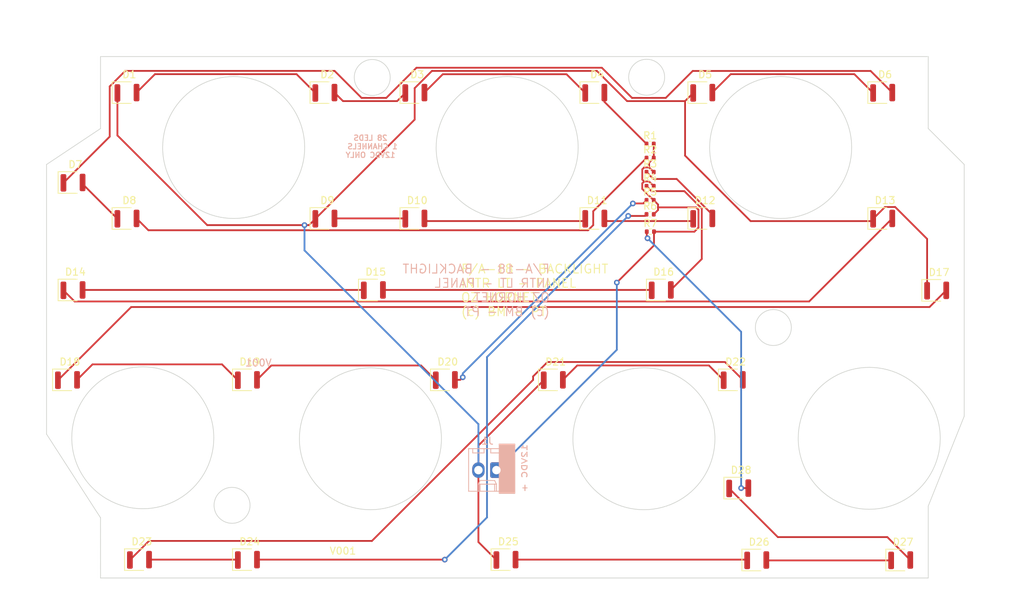
<source format=kicad_pcb>
(kicad_pcb (version 20221018) (generator pcbnew)
  (layers (0 "F.Cu" signal) (31 "B.Cu" signal) (34 "B.Paste" user) (35 "F.Paste" user) (36 "B.SilkS" user "B.Silkscreen") (37 "F.SilkS" user "F.Silkscreen") (38 "B.Mask" user) (39 "F.Mask" user) (44 "Edge.Cuts" user))
  (net 0 "")
  (net 1 "GNDD")
  (net 2 "/+12v-IN-A")
  (net 3 "Net-(D10-K)")
  (net 4 "Net-(D1-A)")
  (net 5 "Net-(D2-A)")
  (net 6 "Net-(D3-A)")
  (net 7 "Net-(D4-A)")
  (net 8 "Net-(D5-A)")
  (net 9 "Net-(D6-A)")
  (net 10 "Net-(D7-A)")
  (net 11 "Net-(D8-A)")
  (net 12 "Net-(D25-A)")
  (net 13 "Net-(D10-A)")
  (net 14 "Net-(D11-A)")
  (net 15 "Net-(D12-A)")
  (net 16 "Net-(D13-A)")
  (net 17 "Net-(D14-A)")
  (net 18 "Net-(D15-A)")
  (net 19 "Net-(D16-A)")
  (net 20 "Net-(D17-A)")
  (net 21 "Net-(D18-A)")
  (net 22 "Net-(D19-A)")
  (net 23 "Net-(D20-A)")
  (net 24 "Net-(D21-A)")
  (net 25 "Net-(D22-A)")
  (net 26 "Net-(D23-A)")
  (net 27 "Net-(D24-A)")
  (net 28 "Net-(D26-A)")
  (net 29 "Net-(D27-A)")
  (net 30 "Net-(D28-A)")
  (footprint "Resistor_SMD:R_0402_1005Metric" (layer "F.Cu") (at 153.7799 58.0508)
    (fp_text reference "R1")
    (fp_text value "180")
  )
  (footprint "2068320402:LED_HL-A-3528U51GC-S1-13HL" (layer "F.Cu") (at 165.1 91.44)
    (fp_text reference "D22")
    (fp_text value "LED")
  )
  (footprint "2068320402:LED_HL-A-3528U51GC-S1-13HL" (layer "F.Cu") (at 193.818 78.796)
    (fp_text reference "D17")
    (fp_text value "LED")
  )
  (footprint "2068320402:LED_HL-A-3528U51GC-S1-13HL" (layer "F.Cu") (at 120.158 50.856)
    (fp_text reference "D3")
    (fp_text value "LED")
  )
  (footprint "Resistor_SMD:R_0402_1005Metric" (layer "F.Cu") (at 153.7799 68.0008)
    (fp_text reference "R6")
    (fp_text value "180")
  )
  (footprint "2068320402:LED_HL-A-3528U51GC-S1-13HL" (layer "F.Cu") (at 120.158 68.636)
    (fp_text reference "D10")
    (fp_text value "LED")
  )
  (footprint "2068320402:LED_HL-A-3528U51GC-S1-13HL" (layer "F.Cu") (at 168.418 116.896)
    (fp_text reference "D26")
    (fp_text value "LED")
  )
  (footprint "2068320402:LED_HL-A-3528U51GC-S1-13HL" (layer "F.Cu") (at 160.798 50.856)
    (fp_text reference "D5")
    (fp_text value "LED")
  )
  (footprint "2068320402:LED_HL-A-3528U51GC-S1-13HL" (layer "F.Cu") (at 71.898 63.556)
    (fp_text reference "D7")
    (fp_text value "LED")
  )
  (footprint "2068320402:LED_HL-A-3528U51GC-S1-13HL" (layer "F.Cu") (at 79.518 50.856)
    (fp_text reference "D1")
    (fp_text value "LED")
  )
  (footprint "2068320402:LED_HL-A-3528U51GC-S1-13HL" (layer "F.Cu") (at 186.198 68.636)
    (fp_text reference "D13")
    (fp_text value "LED")
  )
  (footprint "Resistor_SMD:R_0402_1005Metric" (layer "F.Cu") (at 153.7799 64.0208)
    (fp_text reference "R4")
    (fp_text value "180")
  )
  (footprint "Resistor_SMD:R_0402_1005Metric" (layer "F.Cu") (at 153.8151 70.4527)
    (fp_text reference "R7")
    (fp_text value "180")
  )
  (footprint "2068320402:LED_HL-A-3528U51GC-S1-13HL" (layer "F.Cu") (at 188.738 116.896)
    (fp_text reference "D27")
    (fp_text value "LED")
  )
  (footprint "2068320402:LED_HL-A-3528U51GC-S1-13HL" (layer "F.Cu") (at 96.52 116.84)
    (fp_text reference "D24")
    (fp_text value "LED")
  )
  (footprint "2068320402:LED_HL-A-3528U51GC-S1-13HL" (layer "F.Cu") (at 107.458 68.636)
    (fp_text reference "D9")
    (fp_text value "LED")
  )
  (footprint "Resistor_SMD:R_0402_1005Metric" (layer "F.Cu") (at 153.7799 66.0108)
    (fp_text reference "R5")
    (fp_text value "180")
  )
  (footprint "2068320402:LED_HL-A-3528U51GC-S1-13HL" (layer "F.Cu") (at 114.3 78.74)
    (fp_text reference "D15")
    (fp_text value "LED")
  )
  (footprint "2068320402:LED_HL-A-3528U51GC-S1-13HL" (layer "F.Cu") (at 107.458 50.856)
    (fp_text reference "D2")
    (fp_text value "LED")
  )
  (footprint "2068320402:LED_HL-A-3528U51GC-S1-13HL" (layer "F.Cu") (at 133.0175 116.84)
    (fp_text reference "D25")
    (fp_text value "LED")
  )
  (footprint "2068320402:LED_HL-A-3528U51GC-S1-13HL" (layer "F.Cu") (at 145.558 68.636)
    (fp_text reference "D11")
    (fp_text value "LED")
  )
  (footprint "2068320402:LED_HL-A-3528U51GC-S1-13HL" (layer "F.Cu") (at 145.558 50.856)
    (fp_text reference "D4")
    (fp_text value "LED")
  )
  (footprint "2068320402:LED_HL-A-3528U51GC-S1-13HL" (layer "F.Cu") (at 71.12 91.44)
    (fp_text reference "D18")
    (fp_text value "LED")
  )
  (footprint "2068320402:LED_HL-A-3528U51GC-S1-13HL" (layer "F.Cu") (at 165.878 106.736)
    (fp_text reference "D28")
    (fp_text value "LED")
  )
  (footprint "Resistor_SMD:R_0402_1005Metric" (layer "F.Cu") (at 153.7799 60.0408)
    (fp_text reference "R2")
    (fp_text value "180")
  )
  (footprint "2068320402:LED_HL-A-3528U51GC-S1-13HL" (layer "F.Cu") (at 139.7 91.44)
    (fp_text reference "D21")
    (fp_text value "LED")
  )
  (footprint "2068320402:LED_HL-A-3528U51GC-S1-13HL" (layer "F.Cu") (at 71.898 78.74)
    (fp_text reference "D14")
    (fp_text value "LED")
  )
  (footprint "2068320402:LED_HL-A-3528U51GC-S1-13HL" (layer "F.Cu") (at 160.798 68.636)
    (fp_text reference "D12")
    (fp_text value "LED")
  )
  (footprint "2068320402:LED_HL-A-3528U51GC-S1-13HL" (layer "F.Cu") (at 154.94 78.74)
    (fp_text reference "D16")
    (fp_text value "LED")
  )
  (footprint "2068320402:LED_HL-A-3528U51GC-S1-13HL" (layer "F.Cu") (at 81.28 116.84)
    (fp_text reference "D23")
    (fp_text value "LED")
  )
  (footprint "2068320402:LED_HL-A-3528U51GC-S1-13HL" (layer "F.Cu") (at 96.52 91.44)
    (fp_text reference "D19")
    (fp_text value "LED")
  )
  (footprint "2068320402:LED_HL-A-3528U51GC-S1-13HL" (layer "F.Cu") (at 124.46 91.44)
    (fp_text reference "D20")
    (fp_text value "LED")
  )
  (footprint "2068320402:LED_HL-A-3528U51GC-S1-13HL" (layer "F.Cu") (at 186.198 50.856)
    (fp_text reference "D6")
    (fp_text value "LED")
  )
  (footprint "2068320402:LED_HL-A-3528U51GC-S1-13HL" (layer "F.Cu") (at 79.518 68.636)
    (fp_text reference "D8")
    (fp_text value "LED")
  )
  (footprint "Resistor_SMD:R_0402_1005Metric" (layer "F.Cu") (at 153.7799 62.0308)
    (fp_text reference "R3")
    (fp_text value "180")
  )
  (footprint "Connector_Molex:Molex_KK-254_AE-6410-02A_1x02_P2.54mm_Vertical" (layer "B.Cu") (at 132.08 104.14 180)
    (fp_text reference "J1")
    (fp_text value "12v-BK/LT")
  )
  (gr_rect (start 132.489155 100.471268) (end 134.663366 107.414804) (stroke (width 0.15)) (fill solid) (layer "B.SilkS"))
  (gr_line (start 76.2 45.72) (end 76.2 55.88) (stroke (width 0.1)) (layer "Edge.Cuts"))
  (gr_line (start 76.2 45.72) (end 193.04 45.72) (stroke (width 0.1)) (layer "Edge.Cuts"))
  (gr_poly (pts (xy 114.942695 89.707137) (xy 115.589288 89.770095) (xy 116.231664 89.875024) (xy 116.867713 90.021925) (xy 117.495328 90.210797) (xy 118.112399 90.441641) (xy 118.716818 90.714457) (xy 119.306476 91.029244) (xy 119.593753 91.201542) (xy 119.87392 91.38251) (xy 120.146845 91.57192) (xy 120.412396 91.769545) (xy 120.670442 91.975155) (xy 120.92085 92.188523) (xy 121.163488 92.409419) (xy 121.398226 92.637617) (xy 121.624931 92.872887) (xy 121.843472 93.115002) (xy 122.053716 93.363733) (xy 122.255532 93.618851) (xy 122.448788 93.880129) (xy 122.633352 94.147338) (xy 122.809093 94.420251) (xy 122.975878 94.698638) (xy 123.133576 94.982271) (xy 123.282055 95.270923) (xy 123.421184 95.564364) (xy 123.55083 95.862368) (xy 123.670862 96.164704) (xy 123.781147 96.471146) (xy 123.881555 96.781464) (xy 123.971953 97.095431) (xy 124.05221 97.412818) (xy 124.122193 97.733398) (xy 124.181771 98.056941) (xy 124.230812 98.383219) (xy 124.269185 98.712004) (xy 124.296757 99.043069) (xy 124.313397 99.376184) (xy 124.318973 99.711121) (xy 124.296757 100.379175) (xy 124.230812 101.039026) (xy 124.122193 101.688849) (xy 123.971953 102.326816) (xy 123.781147 102.951102) (xy 123.55083 103.559881) (xy 123.282055 104.151327) (xy 122.975878 104.723613) (xy 122.633352 105.274913) (xy 122.255532 105.803401) (xy 121.843472 106.307251) (xy 121.398226 106.784637) (xy 120.92085 107.233732) (xy 120.412396 107.652711) (xy 119.87392 108.039747) (xy 119.306476 108.393014) (xy 118.716818 108.707801) (xy 118.112399 108.980616) (xy 117.495328 109.211459) (xy 116.867713 109.400331) (xy 116.231664 109.547232) (xy 115.589288 109.652161) (xy 114.942695 109.715118) (xy 114.293994 109.736104) (xy 113.645292 109.715118) (xy 112.998699 109.652161) (xy 112.356323 109.547232) (xy 111.720273 109.400331) (xy 111.092658 109.211459) (xy 110.475585 108.980616) (xy 109.871165 108.707801) (xy 109.281505 108.393014) (xy 108.994229 108.220715) (xy 108.714062 108.039747) (xy 108.441137 107.850336) (xy 108.175587 107.652711) (xy 107.917542 107.4471) (xy 107.667134 107.233732) (xy 107.424496 107.012835) (xy 107.189758 106.784637) (xy 106.963053 106.549366) (xy 106.744513 106.307251) (xy 106.534269 106.05852) (xy 106.332454 105.803401) (xy 106.139198 105.542122) (xy 105.954634 105.274913) (xy 105.778894 105.002) (xy 105.612109 104.723613) (xy 105.454411 104.439979) (xy 105.305932 104.151327) (xy 105.166804 103.857885) (xy 105.037158 103.559881) (xy 104.917126 103.257544) (xy 104.806841 102.951102) (xy 104.706433 102.640784) (xy 104.616035 102.326816) (xy 104.535779 102.009428) (xy 104.465796 101.688849) (xy 104.406218 101.365305) (xy 104.357177 101.039026) (xy 104.318804 100.71024) (xy 104.291232 100.379175) (xy 104.274592 100.04606) (xy 104.269016 99.711121) (xy 104.291232 99.043069) (xy 104.357177 98.383219) (xy 104.465796 97.733398) (xy 104.616035 97.095432) (xy 104.806841 96.471147) (xy 105.037158 95.862369) (xy 105.305932 95.270924) (xy 105.612109 94.698639) (xy 105.954634 94.14734) (xy 106.332454 93.618853) (xy 106.744513 93.115004) (xy 107.189758 92.637619) (xy 107.667134 92.188524) (xy 108.175587 91.769546) (xy 108.714062 91.382511) (xy 109.281505 91.029244) (xy 109.871165 90.714457) (xy 110.475585 90.441641) (xy 111.092658 90.210797) (xy 111.720273 90.021925) (xy 112.356323 89.875024) (xy 112.998699 89.770095) (xy 113.645292 89.707137) (xy 114.293994 89.686151)) (stroke (width 0.1)) (fill none) (layer "Edge.Cuts"))
  (gr_line (start 76.2 119.38) (end 76.192385 110.866051) (stroke (width 0.1)) (layer "Edge.Cuts"))
  (gr_circle (center 171.174195 83.995078) (end 168.634195 83.995078) (stroke (width 0.1)) (fill none) (layer "Edge.Cuts"))
  (gr_line (start 68.58 99.06) (end 68.58 60.96) (stroke (width 0.1)) (layer "Edge.Cuts"))
  (gr_line (start 198.12 96.52) (end 193.04 109.22) (stroke (width 0.1)) (layer "Edge.Cuts"))
  (gr_line (start 193.04 109.22) (end 193.04 119.38) (stroke (width 0.1)) (layer "Edge.Cuts"))
  (gr_line (start 193.04 55.88) (end 198.12 60.96) (stroke (width 0.1)) (layer "Edge.Cuts"))
  (gr_poly (pts (xy 82.809647 89.567771) (xy 83.45624 89.630728) (xy 84.098616 89.735657) (xy 84.734666 89.882558) (xy 85.362282 90.07143) (xy 85.979353 90.302274) (xy 86.583772 90.57509) (xy 87.17343 90.889878) (xy 87.460707 91.062176) (xy 87.740874 91.243144) (xy 88.013799 91.432555) (xy 88.27935 91.630179) (xy 88.537396 91.83579) (xy 88.787804 92.049158) (xy 89.030443 92.270054) (xy 89.26518 92.498252) (xy 89.491885 92.733523) (xy 89.710425 92.975638) (xy 89.920669 93.224368) (xy 90.122485 93.479487) (xy 90.31574 93.740765) (xy 90.500304 94.007975) (xy 90.676044 94.280887) (xy 90.842829 94.559274) (xy 91.000527 94.842908) (xy 91.149006 95.13156) (xy 91.288134 95.425001) (xy 91.417779 95.723005) (xy 91.537811 96.025341) (xy 91.648096 96.331783) (xy 91.748503 96.642102) (xy 91.838901 96.956069) (xy 91.919157 97.273457) (xy 91.98914 97.594036) (xy 92.048718 97.917579) (xy 92.097759 98.243858) (xy 92.136131 98.572644) (xy 92.163703 98.903709) (xy 92.180343 99.236824) (xy 92.185919 99.571762) (xy 92.163703 100.239816) (xy 92.097759 100.899666) (xy 91.98914 101.549488) (xy 91.838901 102.187455) (xy 91.648096 102.811741) (xy 91.417779 103.420519) (xy 91.149006 104.011964) (xy 90.842829 104.58425) (xy 90.500304 105.135549) (xy 90.122485 105.664037) (xy 89.710425 106.167886) (xy 89.26518 106.645271) (xy 88.787804 107.094366) (xy 88.27935 107.513344) (xy 87.740874 107.900379) (xy 87.17343 108.253645) (xy 86.583772 108.568432) (xy 85.979353 108.841248) (xy 85.362282 109.072092) (xy 84.734666 109.260964) (xy 84.098616 109.407865) (xy 83.45624 109.512794) (xy 82.809647 109.575752) (xy 82.160944 109.596737) (xy 81.512242 109.575752) (xy 80.865648 109.512794) (xy 80.223272 109.407865) (xy 79.587222 109.260965) (xy 78.959607 109.072092) (xy 78.342536 108.841248) (xy 77.738117 108.568433) (xy 77.148459 108.253645) (xy 76.861181 108.081347) (xy 76.581013 107.900379) (xy 76.308088 107.710968) (xy 76.042536 107.513343) (xy 75.78449 107.307733) (xy 75.534082 107.094365) (xy 75.291443 106.873468) (xy 75.056705 106.645271) (xy 74.83 106.41) (xy 74.61146 106.167885) (xy 74.401216 105.919155) (xy 74.199401 105.664036) (xy 74.006145 105.402758) (xy 73.821582 105.135548) (xy 73.645841 104.862636) (xy 73.479057 104.584249) (xy 73.321359 104.300615) (xy 73.172881 104.011964) (xy 73.033753 103.718522) (xy 72.904107 103.420519) (xy 72.784076 103.118182) (xy 72.673791 102.81174) (xy 72.573384 102.501422) (xy 72.482987 102.187455) (xy 72.402731 101.870067) (xy 72.332748 101.549488) (xy 72.27317 101.225945) (xy 72.22413 100.899666) (xy 72.185757 100.57088) (xy 72.158185 100.239816) (xy 72.141545 99.9067) (xy 72.13597 99.571762) (xy 72.158185 98.903709) (xy 72.22413 98.243858) (xy 72.332748 97.594036) (xy 72.482987 96.956069) (xy 72.673791 96.331783) (xy 72.904107 95.723005) (xy 73.172881 95.13156) (xy 73.479057 94.559274) (xy 73.821582 94.007975) (xy 74.199401 93.479487) (xy 74.61146 92.975638) (xy 75.056705 92.498252) (xy 75.534082 92.049158) (xy 76.042536 91.630179) (xy 76.581013 91.243144) (xy 77.148459 90.889878) (xy 77.738117 90.57509) (xy 78.342536 90.302274) (xy 78.959607 90.07143) (xy 79.587222 89.882558) (xy 80.223272 89.735657) (xy 80.865648 89.630728) (xy 81.512242 89.567771) (xy 82.160944 89.546785)) (stroke (width 0.1)) (fill none) (layer "Edge.Cuts"))
  (gr_poly (pts (xy 153.550689 89.707136) (xy 154.197283 89.770094) (xy 154.83966 89.875023) (xy 155.475711 90.021923) (xy 156.103328 90.210795) (xy 156.720402 90.441639) (xy 157.324824 90.714454) (xy 157.914486 91.02924) (xy 158.201762 91.201538) (xy 158.481928 91.382507) (xy 158.754851 91.571918) (xy 159.020402 91.769542) (xy 159.278446 91.975153) (xy 159.528853 92.188521) (xy 159.771491 92.409417) (xy 160.006228 92.637615) (xy 160.232933 92.872886) (xy 160.451472 93.115001) (xy 160.661716 93.363731) (xy 160.863531 93.61885) (xy 161.056787 93.880128) (xy 161.24135 94.147338) (xy 161.41709 94.42025) (xy 161.583875 94.698637) (xy 161.741573 94.982271) (xy 161.890052 95.270923) (xy 162.02918 95.564364) (xy 162.158826 95.862367) (xy 162.278857 96.164704) (xy 162.389143 96.471146) (xy 162.48955 96.781464) (xy 162.579948 97.095431) (xy 162.660204 97.412818) (xy 162.730187 97.733398) (xy 162.789765 98.056941) (xy 162.838807 98.383219) (xy 162.877179 98.712004) (xy 162.904751 99.043069) (xy 162.921391 99.376184) (xy 162.926967 99.711121) (xy 162.904751 100.379175) (xy 162.838807 101.039026) (xy 162.730187 101.688849) (xy 162.579948 102.326816) (xy 162.389143 102.951102) (xy 162.158826 103.559881) (xy 161.890052 104.151327) (xy 161.583875 104.723613) (xy 161.24135 105.274913) (xy 160.863531 105.803401) (xy 160.451472 106.307251) (xy 160.006228 106.784637) (xy 159.528853 107.233732) (xy 159.020402 107.652711) (xy 158.481928 108.039747) (xy 157.914486 108.393014) (xy 157.324824 108.707801) (xy 156.720402 108.980616) (xy 156.103329 109.211459) (xy 155.475712 109.400331) (xy 154.839662 109.547232) (xy 154.197286 109.652161) (xy 153.550692 109.715118) (xy 152.901991 109.736104) (xy 152.253289 109.715118) (xy 151.606696 109.652161) (xy 150.964321 109.547232) (xy 150.328272 109.400331) (xy 149.700657 109.211459) (xy 149.083585 108.980616) (xy 148.479166 108.707801) (xy 147.889507 108.393014) (xy 147.60223 108.220715) (xy 147.322064 108.039747) (xy 147.049139 107.850336) (xy 146.783589 107.652711) (xy 146.525543 107.4471) (xy 146.275136 107.233732) (xy 146.032497 107.012835) (xy 145.79776 106.784637) (xy 145.571055 106.549366) (xy 145.352515 106.307251) (xy 145.142271 106.05852) (xy 144.940456 105.803401) (xy 144.7472 105.542122) (xy 144.562636 105.274913) (xy 144.386896 105.002) (xy 144.220111 104.723613) (xy 144.062413 104.439979) (xy 143.913934 104.151327) (xy 143.774805 103.857885) (xy 143.64516 103.559881) (xy 143.525128 103.257544) (xy 143.414843 102.951102) (xy 143.314435 102.640784) (xy 143.224037 102.326816) (xy 143.143781 102.009428) (xy 143.073798 101.688849) (xy 143.01422 101.365305) (xy 142.965178 101.039026) (xy 142.926806 100.71024) (xy 142.899234 100.379175) (xy 142.882594 100.04606) (xy 142.877018 99.711121) (xy 142.899234 99.043069) (xy 142.965178 98.383219) (xy 143.073798 97.733398) (xy 143.224037 97.095432) (xy 143.414842 96.471147) (xy 143.645159 95.862369) (xy 143.913933 95.270924) (xy 144.22011 94.698639) (xy 144.562635 94.14734) (xy 144.940454 93.618853) (xy 145.352512 93.115004) (xy 145.797757 92.637619) (xy 146.275132 92.188524) (xy 146.783583 91.769546) (xy 147.322057 91.382511) (xy 147.889499 91.029244) (xy 148.479158 90.714457) (xy 149.083578 90.441641) (xy 149.70065 90.210797) (xy 150.328265 90.021925) (xy 150.964315 89.875024) (xy 151.606691 89.770094) (xy 152.253284 89.707137) (xy 152.901987 89.686151)) (stroke (width 0.1)) (fill none) (layer "Edge.Cuts"))
  (gr_circle (center 114.552078 48.667995) (end 112.012078 48.667995) (stroke (width 0.1)) (fill none) (layer "Edge.Cuts"))
  (gr_line (start 193.04 45.72) (end 193.04 55.88) (stroke (width 0.1)) (layer "Edge.Cuts"))
  (gr_poly (pts (xy 185.357162 89.643734) (xy 186.003755 89.706691) (xy 186.646131 89.81162) (xy 187.282181 89.958521) (xy 187.909797 90.147393) (xy 188.526868 90.378237) (xy 189.131287 90.651053) (xy 189.720945 90.965841) (xy 190.008222 91.138139) (xy 190.288389 91.319107) (xy 190.561314 91.508518) (xy 190.826865 91.706142) (xy 191.084911 91.911753) (xy 191.335319 92.125121) (xy 191.577958 92.346017) (xy 191.812695 92.574215) (xy 192.0394 92.809486) (xy 192.25794 93.051601) (xy 192.468184 93.300331) (xy 192.67 93.55545) (xy 192.863255 93.816728) (xy 193.047819 94.083938) (xy 193.223559 94.35685) (xy 193.390344 94.635237) (xy 193.548042 94.918871) (xy 193.696521 95.207523) (xy 193.835649 95.500964) (xy 193.965294 95.798968) (xy 194.085326 96.101304) (xy 194.195611 96.407746) (xy 194.296018 96.718065) (xy 194.386416 97.032032) (xy 194.466672 97.34942) (xy 194.536655 97.669999) (xy 194.596233 97.993542) (xy 194.645274 98.319821) (xy 194.683646 98.648607) (xy 194.711218 98.979672) (xy 194.727858 99.312787) (xy 194.733434 99.647725) (xy 194.711218 100.315779) (xy 194.645274 100.975629) (xy 194.536655 101.625451) (xy 194.386416 102.263418) (xy 194.195611 102.887704) (xy 193.965294 103.496482) (xy 193.696521 104.087927) (xy 193.390344 104.660213) (xy 193.047819 105.211512) (xy 192.67 105.74) (xy 192.25794 106.243849) (xy 191.812695 106.721234) (xy 191.335319 107.170329) (xy 190.826865 107.589307) (xy 190.288389 107.976342) (xy 189.720945 108.329608) (xy 189.131287 108.644395) (xy 188.526868 108.917211) (xy 187.909797 109.148055) (xy 187.282181 109.336927) (xy 186.646131 109.483828) (xy 186.003755 109.588757) (xy 185.357162 109.651715) (xy 184.708459 109.6727) (xy 184.059757 109.651715) (xy 183.413163 109.588757) (xy 182.770787 109.483828) (xy 182.134737 109.336928) (xy 181.507122 109.148055) (xy 180.890051 108.917211) (xy 180.285632 108.644396) (xy 179.695974 108.329608) (xy 179.408696 108.15731) (xy 179.128528 107.976342) (xy 178.855603 107.786931) (xy 178.590051 107.589306) (xy 178.332005 107.383696) (xy 178.081597 107.170328) (xy 177.838958 106.949431) (xy 177.60422 106.721234) (xy 177.377515 106.485963) (xy 177.158975 106.243848) (xy 176.948731 105.995118) (xy 176.746916 105.739999) (xy 176.55366 105.478721) (xy 176.369097 105.211511) (xy 176.193356 104.938599) (xy 176.026572 104.660212) (xy 175.868874 104.376578) (xy 175.720396 104.087927) (xy 175.581268 103.794485) (xy 175.451622 103.496482) (xy 175.331591 103.194145) (xy 175.221306 102.887703) (xy 175.120899 102.577385) (xy 175.030502 102.263418) (xy 174.950246 101.94603) (xy 174.880263 101.625451) (xy 174.820685 101.301908) (xy 174.771645 100.975629) (xy 174.733272 100.646843) (xy 174.7057 100.315779) (xy 174.68906 99.982663) (xy 174.683485 99.647725) (xy 174.7057 98.979672) (xy 174.771645 98.319821) (xy 174.880263 97.669999) (xy 175.030502 97.032032) (xy 175.221306 96.407746) (xy 175.451622 95.798968) (xy 175.720396 95.207523) (xy 176.026572 94.635237) (xy 176.369097 94.083938) (xy 176.746916 93.55545) (xy 177.158975 93.051601) (xy 177.60422 92.574215) (xy 178.081597 92.125121) (xy 178.590051 91.706142) (xy 179.128528 91.319107) (xy 179.695974 90.965841) (xy 180.285632 90.651053) (xy 180.890051 90.378237) (xy 181.507122 90.147393) (xy 182.134737 89.958521) (xy 182.770787 89.81162) (xy 183.413163 89.706691) (xy 184.059757 89.643734) (xy 184.708459 89.622748)) (stroke (width 0.1)) (fill none) (layer "Edge.Cuts"))
  (gr_line (start 68.58 60.96) (end 76.2 55.88) (stroke (width 0.1)) (layer "Edge.Cuts"))
  (gr_circle (center 94.761398 109.115064) (end 92.221398 109.115064) (stroke (width 0.1)) (fill none) (layer "Edge.Cuts"))
  (gr_poly (pts (xy 95.638698 48.559135) (xy 96.285291 48.622092) (xy 96.927667 48.727021) (xy 97.563717 48.873922) (xy 98.191332 49.062794) (xy 98.808404 49.293638) (xy 99.412824 49.566454) (xy 100.002483 49.881242) (xy 100.28976 50.05354) (xy 100.569927 50.234508) (xy 100.842852 50.423919) (xy 101.108403 50.621543) (xy 101.366448 50.827154) (xy 101.616856 51.040522) (xy 101.859494 51.261418) (xy 102.094232 51.489616) (xy 102.320937 51.724887) (xy 102.539477 51.967002) (xy 102.749721 52.215732) (xy 102.951536 52.470851) (xy 103.144792 52.732129) (xy 103.329356 52.999339) (xy 103.505096 53.272251) (xy 103.671881 53.550638) (xy 103.829579 53.834272) (xy 103.978058 54.122924) (xy 104.117186 54.416365) (xy 104.246831 54.714369) (xy 104.366863 55.016705) (xy 104.477148 55.323147) (xy 104.577556 55.633466) (xy 104.667953 55.947433) (xy 104.74821 56.264821) (xy 104.818193 56.5854) (xy 104.877771 56.908943) (xy 104.926812 57.235222) (xy 104.965184 57.564008) (xy 104.992757 57.895073) (xy 105.009396 58.228188) (xy 105.014972 58.563126) (xy 104.992757 59.23118) (xy 104.926812 59.89103) (xy 104.818193 60.540852) (xy 104.667953 61.178819) (xy 104.477148 61.803105) (xy 104.246831 62.411883) (xy 103.978058 63.003328) (xy 103.671881 63.575614) (xy 103.329356 64.126913) (xy 102.951536 64.655401) (xy 102.539477 65.15925) (xy 102.094232 65.636635) (xy 101.616856 66.08573) (xy 101.108403 66.504708) (xy 100.569927 66.891743) (xy 100.002483 67.245009) (xy 99.412824 67.559796) (xy 98.808404 67.832612) (xy 98.191332 68.063456) (xy 97.563717 68.252328) (xy 96.927667 68.399229) (xy 96.285291 68.504158) (xy 95.638698 68.567116) (xy 94.989996 68.588101) (xy 94.341294 68.567116) (xy 93.6947 68.504158) (xy 93.052324 68.399229) (xy 92.416274 68.252329) (xy 91.788659 68.063456) (xy 91.171587 67.832612) (xy 90.567167 67.559797) (xy 89.977508 67.245009) (xy 89.690231 67.072711) (xy 89.410064 66.891743) (xy 89.13714 66.702332) (xy 88.871589 66.504707) (xy 88.613543 66.299097) (xy 88.363136 66.085729) (xy 88.120497 65.864832) (xy 87.885759 65.636635) (xy 87.659055 65.401364) (xy 87.440515 65.159249) (xy 87.230271 64.910519) (xy 87.028455 64.6554) (xy 86.8352 64.394122) (xy 86.650636 64.126912) (xy 86.474895 63.854) (xy 86.30811 63.575613) (xy 86.150413 63.291979) (xy 86.001934 63.003328) (xy 85.862805 62.709886) (xy 85.73316 62.411883) (xy 85.613128 62.109546) (xy 85.502843 61.803104) (xy 85.402436 61.492786) (xy 85.312038 61.178819) (xy 85.231782 60.861431) (xy 85.161799 60.540852) (xy 85.102221 60.217309) (xy 85.053179 59.89103) (xy 85.014807 59.562244) (xy 84.987235 59.23118) (xy 84.970595 58.898064) (xy 84.965019 58.563126) (xy 84.987235 57.895073) (xy 85.053179 57.235222) (xy 85.161799 56.5854) (xy 85.312038 55.947433) (xy 85.502843 55.323147) (xy 85.73316 54.714369) (xy 86.001934 54.122924) (xy 86.30811 53.550638) (xy 86.650636 52.999339) (xy 87.028455 52.470851) (xy 87.440515 51.967002) (xy 87.885759 51.489616) (xy 88.363136 51.040522) (xy 88.871589 50.621543) (xy 89.410064 50.234508) (xy 89.977508 49.881242) (xy 90.567167 49.566454) (xy 91.171587 49.293638) (xy 91.788659 49.062794) (xy 92.416274 48.873922) (xy 93.052324 48.727021) (xy 93.6947 48.622092) (xy 94.341294 48.559135) (xy 94.989996 48.538149)) (stroke (width 0.1)) (fill none) (layer "Edge.Cuts"))
  (gr_poly (pts (xy 172.854696 48.559135) (xy 173.501289 48.622092) (xy 174.143665 48.727021) (xy 174.779715 48.873922) (xy 175.407331 49.062794) (xy 176.024402 49.293638) (xy 176.628821 49.566454) (xy 177.218479 49.881242) (xy 177.505756 50.05354) (xy 177.785923 50.234508) (xy 178.058848 50.423919) (xy 178.324399 50.621543) (xy 178.582445 50.827154) (xy 178.832853 51.040522) (xy 179.075492 51.261418) (xy 179.310229 51.489616) (xy 179.536934 51.724887) (xy 179.755474 51.967002) (xy 179.965718 52.215732) (xy 180.167534 52.470851) (xy 180.360789 52.732129) (xy 180.545353 52.999339) (xy 180.721093 53.272251) (xy 180.887878 53.550638) (xy 181.045576 53.834272) (xy 181.194055 54.122924) (xy 181.333183 54.416365) (xy 181.462828 54.714369) (xy 181.58286 55.016705) (xy 181.693145 55.323147) (xy 181.793552 55.633466) (xy 181.88395 55.947433) (xy 181.964206 56.264821) (xy 182.034189 56.5854) (xy 182.093767 56.908943) (xy 182.142808 57.235222) (xy 182.18118 57.564008) (xy 182.208752 57.895073) (xy 182.225392 58.228188) (xy 182.230968 58.563126) (xy 182.208752 59.23118) (xy 182.142808 59.89103) (xy 182.034189 60.540852) (xy 181.88395 61.178819) (xy 181.693145 61.803105) (xy 181.462828 62.411883) (xy 181.194055 63.003328) (xy 180.887878 63.575614) (xy 180.545353 64.126913) (xy 180.167534 64.655401) (xy 179.755474 65.15925) (xy 179.310229 65.636635) (xy 178.832853 66.08573) (xy 178.324399 66.504708) (xy 177.785923 66.891743) (xy 177.218479 67.245009) (xy 176.628821 67.559796) (xy 176.024402 67.832612) (xy 175.407331 68.063456) (xy 174.779715 68.252328) (xy 174.143665 68.399229) (xy 173.501289 68.504158) (xy 172.854696 68.567116) (xy 172.205993 68.588101) (xy 171.557291 68.567116) (xy 170.910697 68.504158) (xy 170.268321 68.399229) (xy 169.632271 68.252329) (xy 169.004656 68.063456) (xy 168.387585 67.832612) (xy 167.783166 67.559797) (xy 167.193508 67.245009) (xy 166.90623 67.072711) (xy 166.626062 66.891743) (xy 166.353137 66.702332) (xy 166.087585 66.504707) (xy 165.829539 66.299097) (xy 165.579131 66.085729) (xy 165.336492 65.864832) (xy 165.101754 65.636635) (xy 164.875049 65.401364) (xy 164.656509 65.159249) (xy 164.446265 64.910519) (xy 164.24445 64.6554) (xy 164.051194 64.394122) (xy 163.866631 64.126912) (xy 163.69089 63.854) (xy 163.524106 63.575613) (xy 163.366408 63.291979) (xy 163.21793 63.003328) (xy 163.078802 62.709886) (xy 162.949156 62.411883) (xy 162.829125 62.109546) (xy 162.71884 61.803104) (xy 162.618433 61.492786) (xy 162.528036 61.178819) (xy 162.44778 60.861431) (xy 162.377797 60.540852) (xy 162.318219 60.217309) (xy 162.269179 59.89103) (xy 162.230806 59.562244) (xy 162.203234 59.23118) (xy 162.186594 58.898064) (xy 162.181019 58.563126) (xy 162.203234 57.895073) (xy 162.269179 57.235222) (xy 162.377797 56.5854) (xy 162.528036 55.947433) (xy 162.71884 55.323147) (xy 162.949156 54.714369) (xy 163.21793 54.122924) (xy 163.524106 53.550638) (xy 163.866631 52.999339) (xy 164.24445 52.470851) (xy 164.656509 51.967002) (xy 165.101754 51.489616) (xy 165.579131 51.040522) (xy 166.087585 50.621543) (xy 166.626062 50.234508) (xy 167.193508 49.881242) (xy 167.783166 49.566454) (xy 168.387585 49.293638) (xy 169.004656 49.062794) (xy 169.632271 48.873922) (xy 170.268321 48.727021) (xy 170.910697 48.622092) (xy 171.557291 48.559135) (xy 172.205993 48.538149)) (stroke (width 0.1)) (fill none) (layer "Edge.Cuts"))
  (gr_line (start 193.04 119.38) (end 76.2 119.38) (stroke (width 0.1)) (layer "Edge.Cuts"))
  (gr_poly (pts (xy 134.246693 48.559135) (xy 134.893286 48.622092) (xy 135.535662 48.727021) (xy 136.171712 48.873922) (xy 136.799327 49.062794) (xy 137.416398 49.293638) (xy 138.020818 49.566454) (xy 138.610477 49.881242) (xy 138.897754 50.05354) (xy 139.17792 50.234508) (xy 139.450845 50.423919) (xy 139.716396 50.621543) (xy 139.974441 50.827154) (xy 140.224849 51.040522) (xy 140.467488 51.261418) (xy 140.702225 51.489616) (xy 140.92893 51.724887) (xy 141.147471 51.967002) (xy 141.357715 52.215732) (xy 141.559531 52.470851) (xy 141.752787 52.732129) (xy 141.937351 52.999339) (xy 142.113092 53.272251) (xy 142.279877 53.550638) (xy 142.437576 53.834272) (xy 142.586055 54.122924) (xy 142.725184 54.416365) (xy 142.85483 54.714369) (xy 142.974862 55.016705) (xy 143.085147 55.323147) (xy 143.185555 55.633466) (xy 143.275953 55.947433) (xy 143.35621 56.264821) (xy 143.426193 56.5854) (xy 143.485772 56.908943) (xy 143.534813 57.235222) (xy 143.573186 57.564008) (xy 143.600758 57.895073) (xy 143.617398 58.228188) (xy 143.622974 58.563126) (xy 143.600758 59.23118) (xy 143.534813 59.89103) (xy 143.426193 60.540852) (xy 143.275953 61.178819) (xy 143.085147 61.803105) (xy 142.85483 62.411883) (xy 142.586055 63.003328) (xy 142.279877 63.575614) (xy 141.937351 64.126913) (xy 141.559531 64.655401) (xy 141.147471 65.15925) (xy 140.702225 65.636635) (xy 140.224849 66.08573) (xy 139.716396 66.504708) (xy 139.17792 66.891743) (xy 138.610477 67.245009) (xy 138.020818 67.559796) (xy 137.416398 67.832612) (xy 136.799327 68.063456) (xy 136.171712 68.252328) (xy 135.535662 68.399229) (xy 134.893286 68.504158) (xy 134.246693 68.567116) (xy 133.597992 68.588101) (xy 132.94929 68.567116) (xy 132.302697 68.504158) (xy 131.660321 68.399229) (xy 131.024272 68.252329) (xy 130.396657 68.063456) (xy 129.779585 67.832612) (xy 129.175165 67.559797) (xy 128.585506 67.245009) (xy 128.298229 67.072711) (xy 128.018062 66.891743) (xy 127.745137 66.702332) (xy 127.479587 66.504707) (xy 127.221541 66.299097) (xy 126.971134 66.085729) (xy 126.728495 65.864832) (xy 126.493757 65.636635) (xy 126.267053 65.401364) (xy 126.048512 65.159249) (xy 125.838269 64.910519) (xy 125.636453 64.6554) (xy 125.443197 64.394122) (xy 125.258634 64.126912) (xy 125.082893 63.854) (xy 124.916108 63.575613) (xy 124.75841 63.291979) (xy 124.609932 63.003328) (xy 124.470803 62.709886) (xy 124.341158 62.411883) (xy 124.221126 62.109546) (xy 124.110841 61.803104) (xy 124.010434 61.492786) (xy 123.920036 61.178819) (xy 123.83978 60.861431) (xy 123.769796 60.540852) (xy 123.710219 60.217309) (xy 123.661177 59.89103) (xy 123.622805 59.562244) (xy 123.595233 59.23118) (xy 123.578593 58.898064) (xy 123.573017 58.563126) (xy 123.595233 57.895073) (xy 123.661177 57.235222) (xy 123.769796 56.5854) (xy 123.920036 55.947433) (xy 124.110841 55.323147) (xy 124.341158 54.714369) (xy 124.609932 54.122924) (xy 124.916108 53.550638) (xy 125.258634 52.999339) (xy 125.636453 52.470851) (xy 126.048512 51.967002) (xy 126.493757 51.489616) (xy 126.971134 51.040522) (xy 127.479587 50.621543) (xy 128.018062 50.234508) (xy 128.585506 49.881242) (xy 129.175165 49.566454) (xy 129.779585 49.293638) (xy 130.396657 49.062794) (xy 131.024272 48.873922) (xy 131.660321 48.727021) (xy 132.302697 48.622092) (xy 132.94929 48.559135) (xy 133.597992 48.538149)) (stroke (width 0.1)) (fill none) (layer "Edge.Cuts"))
  (gr_circle (center 153.289259 48.635168) (end 150.749259 48.635168) (stroke (width 0.1)) (fill none) (layer "Edge.Cuts"))
  (gr_line (start 76.192385 110.866051) (end 68.58 99.06) (stroke (width 0.1)) (layer "Edge.Cuts"))
  (gr_line (start 198.12 60.96) (end 198.12 96.52) (stroke (width 0.1)) (layer "Edge.Cuts"))
  (gr_text "28 LEDS\n1 CHANNELS \n12VDC ONLY" (at 114.3 58.42) (layer "B.SilkS") (effects (font (size 0.75 0.75)) (justify mirror)))
  (gr_text "12VDC +" (at 136.056178 103.886761 90) (layer "B.SilkS") (effects (font (size 0.751 1)) (justify mirror)))
  (gr_text "V001" (at 98.483334 88.98) (layer "B.SilkS") (effects (font (size 1 1)) (justify mirror)))
  (gr_text "F/A-18 - BACKLIGHT\nINTR LT - PANEL\nOZ HORNET\n(c) BM - PT" (at 139.7 78.74) (layer "B.SilkS") (effects (font (size 1.25 1.25)) (justify left mirror)))
  (gr_text "F/A-18 - BACKLIGHT\nINTR LT - PANEL\nOZ HORNET\n(c) BM - PT" (at 127 78.74) (layer "F.SilkS") (effects (font (size 1.25 1.25)) (justify left)))
  (gr_text "V001" (at 110.41 115.56) (layer "F.SilkS") (effects (font (size 1 1))))
  (segment (start 158.7126 52.0039) (end 158.7126 59.7074) (width 0.25) (layer "F.Cu") (net 1))
  (segment (start 120.5423 50.1805) (end 122.9816 47.7412) (width 0.25) (layer "F.Cu") (net 1))
  (segment (start 129.54 104.14) (end 129.54 100.6625) (width 0.25) (layer "F.Cu") (net 1))
  (segment (start 122.9816 47.7412) (end 146.2609 47.7412) (width 0.25) (layer "F.Cu") (net 1))
  (segment (start 158.7126 52.0039) (end 159.8605 50.856) (width 0.25) (layer "F.Cu") (net 1))
  (segment (start 158.7126 59.7074) (end 167.9648 68.9596) (width 0.25) (layer "F.Cu") (net 1))
  (segment (start 186.9284 66.9681) (end 188.3692 66.9681) (width 0.25) (layer "F.Cu") (net 1))
  (segment (start 105.6308 69.5257) (end 104.9896 69.5257) (width 0.25) (layer "F.Cu") (net 1))
  (segment (start 129.54 114.3) (end 132.08 116.84) (width 0.25) (layer "F.Cu") (net 1))
  (segment (start 120.5423 54.6142) (end 120.5423 50.1805) (width 0.25) (layer "F.Cu") (net 1))
  (segment (start 91.2525 69.5257) (end 78.5805 56.8537) (width 0.25) (layer "F.Cu") (net 1))
  (segment (start 167.9648 68.9596) (end 184.9369 68.9596) (width 0.25) (layer "F.Cu") (net 1))
  (segment (start 146.2609 47.7412) (end 150.5236 52.0039) (width 0.25) (layer "F.Cu") (net 1))
  (segment (start 78.5805 56.8537) (end 78.5805 50.856) (width 0.25) (layer "F.Cu") (net 1))
  (segment (start 192.8805 71.4794) (end 192.8805 78.796) (width 0.25) (layer "F.Cu") (net 1))
  (segment (start 129.54 104.14) (end 129.54 114.3) (width 0.25) (layer "F.Cu") (net 1))
  (segment (start 106.5205 68.636) (end 105.6308 69.5257) (width 0.25) (layer "F.Cu") (net 1))
  (segment (start 185.2605 68.636) (end 186.9284 66.9681) (width 0.25) (layer "F.Cu") (net 1))
  (segment (start 188.3692 66.9681) (end 192.8805 71.4794) (width 0.25) (layer "F.Cu") (net 1))
  (segment (start 129.54 100.6625) (end 138.7625 91.44) (width 0.25) (layer "F.Cu") (net 1))
  (segment (start 104.9896 69.5257) (end 91.2525 69.5257) (width 0.25) (layer "F.Cu") (net 1))
  (segment (start 106.5205 68.636) (end 120.5423 54.6142) (width 0.25) (layer "F.Cu") (net 1))
  (segment (start 184.9369 68.9596) (end 185.2605 68.636) (width 0.25) (layer "F.Cu") (net 1))
  (segment (start 150.5236 52.0039) (end 158.7126 52.0039) (width 0.25) (layer "F.Cu") (net 1))
  (via (at 104.9896 69.5257) (size 0.8) (drill 0.4) (layers "F.Cu" "B.Cu") (net 1))
  (segment (start 129.54 97.648) (end 104.9896 73.0976) (width 0.25) (layer "B.Cu") (net 1))
  (segment (start 129.54 104.14) (end 129.54 97.648) (width 0.25) (layer "B.Cu") (net 1))
  (segment (start 104.9896 73.0976) (end 104.9896 69.5257) (width 0.25) (layer "B.Cu") (net 1))
  (segment (start 152.674 61.6455) (end 152.674 63.0968) (width 0.25) (layer "F.Cu") (net 2))
  (segment (start 154.2899 62.0308) (end 153.6431 61.384) (width 0.25) (layer "F.Cu") (net 2))
  (segment (start 153.6431 60.6876) (end 154.2899 60.0408) (width 0.25) (layer "F.Cu") (net 2))
  (segment (start 154.8956 66.6165) (end 154.8956 67.0216) (width 0.25) (layer "F.Cu") (net 2))
  (segment (start 154.2655 66.0108) (end 152.671 64.4163) (width 0.25) (layer "F.Cu") (net 2))
  (segment (start 154.2899 66.0108) (end 154.8956 66.6165) (width 0.25) (layer "F.Cu") (net 2))
  (segment (start 152.671 64.4163) (end 152.671 63.6258) (width 0.25) (layer "F.Cu") (net 2))
  (segment (start 153.6431 61.384) (end 153.6431 60.6876) (width 0.25) (layer "F.Cu") (net 2))
  (segment (start 160.605 67.3586) (end 160.268 67.0216) (width 0.25) (layer "F.Cu") (net 2))
  (segment (start 152.9355 61.384) (end 152.674 61.6455) (width 0.25) (layer "F.Cu") (net 2))
  (segment (start 149.0778 77.6388) (end 154.3251 72.3915) (width 0.25) (layer "F.Cu") (net 2))
  (segment (start 152.937 63.3598) (end 153.6289 63.3598) (width 0.25) (layer "F.Cu") (net 2))
  (segment (start 154.8956 67.0216) (end 154.8956 67.3951) (width 0.25) (layer "F.Cu") (net 2))
  (segment (start 160.029 70.4527) (end 160.605 69.8767) (width 0.25) (layer "F.Cu") (net 2))
  (segment (start 153.6289 63.3598) (end 154.2899 64.0208) (width 0.25) (layer "F.Cu") (net 2))
  (segment (start 160.605 69.8767) (end 160.605 67.3586) (width 0.25) (layer "F.Cu") (net 2))
  (segment (start 154.8956 67.3951) (end 154.2899 68.0008) (width 0.25) (layer "F.Cu") (net 2))
  (segment (start 152.674 63.0968) (end 152.937 63.3598) (width 0.25) (layer "F.Cu") (net 2))
  (segment (start 154.2899 60.0408) (end 154.2899 58.0508) (width 0.25) (layer "F.Cu") (net 2))
  (segment (start 152.671 63.6258) (end 152.937 63.3598) (width 0.25) (layer "F.Cu") (net 2))
  (segment (start 160.268 67.0216) (end 154.8956 67.0216) (width 0.25) (layer "F.Cu") (net 2))
  (segment (start 154.3251 72.3915) (end 154.3251 70.4527) (width 0.25) (layer "F.Cu") (net 2))
  (segment (start 153.6431 61.384) (end 152.9355 61.384) (width 0.25) (layer "F.Cu") (net 2))
  (segment (start 154.3251 70.4527) (end 160.029 70.4527) (width 0.25) (layer "F.Cu") (net 2))
  (segment (start 154.2899 66.0108) (end 154.2655 66.0108) (width 0.25) (layer "F.Cu") (net 2))
  (via (at 149.0778 77.6388) (size 0.8) (drill 0.4) (layers "F.Cu" "B.Cu") (net 2))
  (segment (start 132.08 104.14) (end 149.0778 87.1422) (width 0.25) (layer "B.Cu") (net 2))
  (segment (start 149.0778 87.1422) (end 149.0778 77.6388) (width 0.25) (layer "B.Cu") (net 2))
  (segment (start 119.1645 68.58) (end 119.2205 68.636) (width 0.25) (layer "F.Cu") (net 3))
  (segment (start 109.22 68.58) (end 119.1645 68.58) (width 0.25) (layer "F.Cu") (net 3))
  (segment (start 81.28 50.8) (end 83.8829 48.1971) (width 0.25) (layer "F.Cu") (net 4))
  (segment (start 103.8616 48.1971) (end 106.5205 50.856) (width 0.25) (layer "F.Cu") (net 4))
  (segment (start 83.8829 48.1971) (end 103.8616 48.1971) (width 0.25) (layer "F.Cu") (net 4))
  (segment (start 109.22 50.8) (end 110.4242 52.0042) (width 0.25) (layer "F.Cu") (net 5))
  (segment (start 110.4242 52.0042) (end 118.0723 52.0042) (width 0.25) (layer "F.Cu") (net 5))
  (segment (start 118.0723 52.0042) (end 119.2205 50.856) (width 0.25) (layer "F.Cu") (net 5))
  (segment (start 141.9735 48.209) (end 144.6205 50.856) (width 0.25) (layer "F.Cu") (net 6))
  (segment (start 124.511 48.209) (end 141.9735 48.209) (width 0.25) (layer "F.Cu") (net 6))
  (segment (start 121.92 50.8) (end 124.511 48.209) (width 0.25) (layer "F.Cu") (net 6))
  (segment (start 147.32 52.1009) (end 153.2699 58.0508) (width 0.25) (layer "F.Cu") (net 7))
  (segment (start 147.32 50.8) (end 147.32 52.1009) (width 0.25) (layer "F.Cu") (net 7))
  (segment (start 162.56 50.8) (end 165.1595 48.2005) (width 0.25) (layer "F.Cu") (net 8))
  (segment (start 182.605 48.2005) (end 185.2605 50.856) (width 0.25) (layer "F.Cu") (net 8))
  (segment (start 165.1595 48.2005) (end 182.605 48.2005) (width 0.25) (layer "F.Cu") (net 8))
  (segment (start 77.4921 57.0244) (end 70.9605 63.556) (width 0.25) (layer "F.Cu") (net 9))
  (segment (start 116.5328 51.5538) (end 113.0465 51.5538) (width 0.25) (layer "F.Cu") (net 9))
  (segment (start 155.9864 51.5535) (end 151.2242 51.5535) (width 0.25) (layer "F.Cu") (net 9))
  (segment (start 120.7958 47.2908) (end 116.5328 51.5538) (width 0.25) (layer "F.Cu") (net 9))
  (segment (start 159.7945 47.7454) (end 155.9864 51.5535) (width 0.25) (layer "F.Cu") (net 9))
  (segment (start 146.9615 47.2908) (end 120.7958 47.2908) (width 0.25) (layer "F.Cu") (net 9))
  (segment (start 187.96 50.8) (end 184.9054 47.7454) (width 0.25) (layer "F.Cu") (net 9))
  (segment (start 151.2242 51.5535) (end 146.9615 47.2908) (width 0.25) (layer "F.Cu") (net 9))
  (segment (start 79.6865 47.7387) (end 77.4921 49.9331) (width 0.25) (layer "F.Cu") (net 9))
  (segment (start 184.9054 47.7454) (end 159.7945 47.7454) (width 0.25) (layer "F.Cu") (net 9))
  (segment (start 113.0465 51.5538) (end 109.2314 47.7387) (width 0.25) (layer "F.Cu") (net 9))
  (segment (start 77.4921 49.9331) (end 77.4921 57.0244) (width 0.25) (layer "F.Cu") (net 9))
  (segment (start 109.2314 47.7387) (end 79.6865 47.7387) (width 0.25) (layer "F.Cu") (net 9))
  (segment (start 78.5805 68.636) (end 73.66 63.7155) (width 0.25) (layer "F.Cu") (net 10))
  (segment (start 73.66 63.7155) (end 73.66 63.5) (width 0.25) (layer "F.Cu") (net 10))
  (segment (start 145.7486 69.5217) (end 145.7486 67.5621) (width 0.25) (layer "F.Cu") (net 11))
  (segment (start 145.7486 67.5621) (end 153.2699 60.0408) (width 0.25) (layer "F.Cu") (net 11))
  (segment (start 145.0193 70.251) (end 145.7486 69.5217) (width 0.25) (layer "F.Cu") (net 11))
  (segment (start 81.28 68.58) (end 82.951 70.251) (width 0.25) (layer "F.Cu") (net 11))
  (segment (start 82.951 70.251) (end 145.0193 70.251) (width 0.25) (layer "F.Cu") (net 11))
  (segment (start 167.3685 116.784) (end 167.4805 116.896) (width 0.25) (layer "F.Cu") (net 12))
  (segment (start 134.7795 116.784) (end 167.3685 116.784) (width 0.25) (layer "F.Cu") (net 12))
  (segment (start 144.3018 68.9547) (end 122.2947 68.9547) (width 0.25) (layer "F.Cu") (net 13))
  (segment (start 122.2947 68.9547) (end 121.92 68.58) (width 0.25) (layer "F.Cu") (net 13))
  (segment (start 144.6205 68.636) (end 144.3018 68.9547) (width 0.25) (layer "F.Cu") (net 13))
  (segment (start 159.5418 68.9547) (end 159.8605 68.636) (width 0.25) (layer "F.Cu") (net 14))
  (segment (start 147.32 68.58) (end 147.6947 68.9547) (width 0.25) (layer "F.Cu") (net 14))
  (segment (start 147.6947 68.9547) (end 159.5418 68.9547) (width 0.25) (layer "F.Cu") (net 14))
  (segment (start 162.56 68.58) (end 162.56 68.0398) (width 0.25) (layer "F.Cu") (net 15))
  (segment (start 157.5291 63.0089) (end 154.248 63.0089) (width 0.25) (layer "F.Cu") (net 15))
  (segment (start 154.248 63.0089) (end 153.2699 62.0308) (width 0.25) (layer "F.Cu") (net 15))
  (segment (start 162.56 68.0398) (end 157.5291 63.0089) (width 0.25) (layer "F.Cu") (net 15))
  (segment (start 72.5343 80.3138) (end 176.2262 80.3138) (width 0.25) (layer "F.Cu") (net 16))
  (segment (start 70.9605 78.74) (end 72.5343 80.3138) (width 0.25) (layer "F.Cu") (net 16))
  (segment (start 176.2262 80.3138) (end 187.96 68.58) (width 0.25) (layer "F.Cu") (net 16))
  (segment (start 113.3065 78.684) (end 113.3625 78.74) (width 0.25) (layer "F.Cu") (net 17))
  (segment (start 73.66 78.684) (end 113.3065 78.684) (width 0.25) (layer "F.Cu") (net 17))
  (segment (start 154.0025 78.74) (end 153.9465 78.684) (width 0.25) (layer "F.Cu") (net 18))
  (segment (start 153.9465 78.684) (end 116.062 78.684) (width 0.25) (layer "F.Cu") (net 18))
  (segment (start 158.6098 64.7265) (end 153.9756 64.7265) (width 0.25) (layer "F.Cu") (net 19))
  (segment (start 161.0686 67.1853) (end 158.6098 64.7265) (width 0.25) (layer "F.Cu") (net 19))
  (segment (start 161.0686 74.3174) (end 161.0686 67.1853) (width 0.25) (layer "F.Cu") (net 19))
  (segment (start 156.702 78.684) (end 161.0686 74.3174) (width 0.25) (layer "F.Cu") (net 19))
  (segment (start 153.9756 64.7265) (end 153.2699 64.0208) (width 0.25) (layer "F.Cu") (net 19))
  (segment (start 70.1825 91.44) (end 80.5254 81.0971) (width 0.25) (layer "F.Cu") (net 20))
  (segment (start 80.5254 81.0971) (end 193.2229 81.0971) (width 0.25) (layer "F.Cu") (net 20))
  (segment (start 193.2229 81.0971) (end 195.58 78.74) (width 0.25) (layer "F.Cu") (net 20))
  (segment (start 93.3458 89.2033) (end 75.0627 89.2033) (width 0.25) (layer "F.Cu") (net 21))
  (segment (start 95.5825 91.44) (end 93.3458 89.2033) (width 0.25) (layer "F.Cu") (net 21))
  (segment (start 75.0627 89.2033) (end 72.882 91.384) (width 0.25) (layer "F.Cu") (net 21))
  (segment (start 123.5225 91.44) (end 121.441 89.3585) (width 0.25) (layer "F.Cu") (net 22))
  (segment (start 100.3075 89.3585) (end 98.282 91.384) (width 0.25) (layer "F.Cu") (net 22))
  (segment (start 121.441 89.3585) (end 100.3075 89.3585) (width 0.25) (layer "F.Cu") (net 22))
  (segment (start 152.8146 66.4661) (end 151.3426 66.4661) (width 0.25) (layer "F.Cu") (net 23))
  (segment (start 126.222 91.384) (end 126.9665 91.384) (width 0.25) (layer "F.Cu") (net 23))
  (segment (start 153.2699 66.0108) (end 152.8146 66.4661) (width 0.25) (layer "F.Cu") (net 23))
  (segment (start 126.9665 91.384) (end 127.3294 91.0211) (width 0.25) (layer "F.Cu") (net 23))
  (via (at 127.3294 91.0211) (size 0.8) (drill 0.4) (layers "F.Cu" "B.Cu") (net 23))
  (via (at 151.3426 66.4661) (size 0.8) (drill 0.4) (layers "F.Cu" "B.Cu") (net 23))
  (segment (start 151.3426 66.4661) (end 127.3294 90.4793) (width 0.25) (layer "B.Cu") (net 23))
  (segment (start 127.3294 90.4793) (end 127.3294 91.0211) (width 0.25) (layer "B.Cu") (net 23))
  (segment (start 141.462 91.384) (end 143.4952 89.3508) (width 0.25) (layer "F.Cu") (net 24))
  (segment (start 162.0733 89.3508) (end 164.1625 91.44) (width 0.25) (layer "F.Cu") (net 24))
  (segment (start 143.4952 89.3508) (end 162.0733 89.3508) (width 0.25) (layer "F.Cu") (net 24))
  (segment (start 139.2965 88.867) (end 164.345 88.867) (width 0.25) (layer "F.Cu") (net 25))
  (segment (start 164.345 88.867) (end 166.862 91.384) (width 0.25) (layer "F.Cu") (net 25))
  (segment (start 137.261 91.3934) (end 137.261 90.9025) (width 0.25) (layer "F.Cu") (net 25))
  (segment (start 114.5082 114.1462) (end 137.261 91.3934) (width 0.25) (layer "F.Cu") (net 25))
  (segment (start 83.0363 114.1462) (end 114.5082 114.1462) (width 0.25) (layer "F.Cu") (net 25))
  (segment (start 80.3425 116.84) (end 83.0363 114.1462) (width 0.25) (layer "F.Cu") (net 25))
  (segment (start 137.261 90.9025) (end 139.2965 88.867) (width 0.25) (layer "F.Cu") (net 25))
  (segment (start 95.5265 116.784) (end 95.5825 116.84) (width 0.25) (layer "F.Cu") (net 26))
  (segment (start 83.042 116.784) (end 95.5265 116.784) (width 0.25) (layer "F.Cu") (net 26))
  (segment (start 150.6864 68.2294) (end 153.0413 68.2294) (width 0.25) (layer "F.Cu") (net 27))
  (segment (start 153.0413 68.2294) (end 153.2699 68.0008) (width 0.25) (layer "F.Cu") (net 27))
  (segment (start 98.282 116.784) (end 124.7909 116.784) (width 0.25) (layer "F.Cu") (net 27))
  (via (at 150.6864 68.2294) (size 0.8) (drill 0.4) (layers "F.Cu" "B.Cu") (net 27))
  (via (at 124.7909 116.784) (size 0.8) (drill 0.4) (layers "F.Cu" "B.Cu") (net 27))
  (segment (start 130.7518 110.8231) (end 130.7518 88.164) (width 0.25) (layer "B.Cu") (net 27))
  (segment (start 124.7909 116.784) (end 130.7518 110.8231) (width 0.25) (layer "B.Cu") (net 27))
  (segment (start 130.7518 88.164) (end 150.6864 68.2294) (width 0.25) (layer "B.Cu") (net 27))
  (segment (start 170.236 116.896) (end 170.18 116.84) (width 0.25) (layer "F.Cu") (net 28))
  (segment (start 187.8005 116.896) (end 170.236 116.896) (width 0.25) (layer "F.Cu") (net 28))
  (segment (start 164.9405 106.736) (end 171.8102 113.6057) (width 0.25) (layer "F.Cu") (net 29))
  (segment (start 171.8102 113.6057) (end 187.2657 113.6057) (width 0.25) (layer "F.Cu") (net 29))
  (segment (start 187.2657 113.6057) (end 190.5 116.84) (width 0.25) (layer "F.Cu") (net 29))
  (segment (start 167.64 106.68) (end 166.6298 106.68) (width 0.25) (layer "F.Cu") (net 30))
  (segment (start 153.3051 71.2772) (end 153.3051 70.4527) (width 0.25) (layer "F.Cu") (net 30))
  (segment (start 153.4098 71.3819) (end 153.3051 71.2772) (width 0.25) (layer "F.Cu") (net 30))
  (via (at 166.6298 106.68) (size 0.8) (drill 0.4) (layers "F.Cu" "B.Cu") (net 30))
  (via (at 153.4098 71.3819) (size 0.8) (drill 0.4) (layers "F.Cu" "B.Cu") (net 30))
  (segment (start 153.4098 71.3819) (end 166.6298 84.6019) (width 0.25) (layer "B.Cu") (net 30))
  (segment (start 166.6298 84.6019) (end 166.6298 106.68) (width 0.25) (layer "B.Cu") (net 30))
)
</source>
